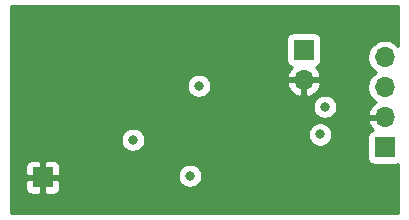
<source format=gbr>
%TF.GenerationSoftware,KiCad,Pcbnew,(5.1.6)-1*%
%TF.CreationDate,2020-10-30T20:39:21-07:00*%
%TF.ProjectId,frontendfull,66726f6e-7465-46e6-9466-756c6c2e6b69,rev?*%
%TF.SameCoordinates,Original*%
%TF.FileFunction,Copper,L2,Inr*%
%TF.FilePolarity,Positive*%
%FSLAX46Y46*%
G04 Gerber Fmt 4.6, Leading zero omitted, Abs format (unit mm)*
G04 Created by KiCad (PCBNEW (5.1.6)-1) date 2020-10-30 20:39:21*
%MOMM*%
%LPD*%
G01*
G04 APERTURE LIST*
%TA.AperFunction,ViaPad*%
%ADD10O,1.700000X1.700000*%
%TD*%
%TA.AperFunction,ViaPad*%
%ADD11R,1.700000X1.700000*%
%TD*%
%TA.AperFunction,ViaPad*%
%ADD12C,0.800000*%
%TD*%
%TA.AperFunction,Conductor*%
%ADD13C,0.254000*%
%TD*%
G04 APERTURE END LIST*
D10*
%TO.N,VCC*%
%TO.C,J4*%
X107950000Y-97155000D03*
%TO.N,Net-(J4-Pad3)*%
X107950000Y-99695000D03*
%TO.N,GND*%
X107950000Y-102235000D03*
D11*
%TO.N,Net-(J4-Pad1)*%
X107950000Y-104775000D03*
%TD*%
%TO.N,GND*%
%TO.C,J2*%
X78994000Y-107315000D03*
%TD*%
D10*
%TO.N,GND*%
%TO.C,J1*%
X101092000Y-99060000D03*
D11*
%TO.N,Net-(C1-Pad1)*%
X101092000Y-96520000D03*
%TD*%
D12*
%TO.N,GND*%
X106172000Y-104902000D03*
X90678000Y-95504000D03*
X80010000Y-109982000D03*
X92710000Y-109728000D03*
X99568000Y-93472000D03*
X79756000Y-94742000D03*
X93726000Y-104902000D03*
%TO.N,+5V*%
X86614000Y-104140000D03*
X92202000Y-99568000D03*
X102870000Y-101346000D03*
X91440000Y-107188000D03*
%TO.N,Net-(J4-Pad3)*%
X102471388Y-103695990D03*
%TD*%
D13*
%TO.N,GND*%
G36*
X109093000Y-96197893D02*
G01*
X108896632Y-96001525D01*
X108653411Y-95839010D01*
X108383158Y-95727068D01*
X108096260Y-95670000D01*
X107803740Y-95670000D01*
X107516842Y-95727068D01*
X107246589Y-95839010D01*
X107003368Y-96001525D01*
X106796525Y-96208368D01*
X106634010Y-96451589D01*
X106522068Y-96721842D01*
X106465000Y-97008740D01*
X106465000Y-97301260D01*
X106522068Y-97588158D01*
X106634010Y-97858411D01*
X106796525Y-98101632D01*
X107003368Y-98308475D01*
X107177760Y-98425000D01*
X107003368Y-98541525D01*
X106796525Y-98748368D01*
X106634010Y-98991589D01*
X106522068Y-99261842D01*
X106465000Y-99548740D01*
X106465000Y-99841260D01*
X106522068Y-100128158D01*
X106634010Y-100398411D01*
X106796525Y-100641632D01*
X107003368Y-100848475D01*
X107185534Y-100970195D01*
X107068645Y-101039822D01*
X106852412Y-101234731D01*
X106678359Y-101468080D01*
X106553175Y-101730901D01*
X106508524Y-101878110D01*
X106629845Y-102108000D01*
X107823000Y-102108000D01*
X107823000Y-102088000D01*
X108077000Y-102088000D01*
X108077000Y-102108000D01*
X108097000Y-102108000D01*
X108097000Y-102362000D01*
X108077000Y-102362000D01*
X108077000Y-102382000D01*
X107823000Y-102382000D01*
X107823000Y-102362000D01*
X106629845Y-102362000D01*
X106508524Y-102591890D01*
X106553175Y-102739099D01*
X106678359Y-103001920D01*
X106852412Y-103235269D01*
X106936466Y-103311034D01*
X106855820Y-103335498D01*
X106745506Y-103394463D01*
X106648815Y-103473815D01*
X106569463Y-103570506D01*
X106510498Y-103680820D01*
X106474188Y-103800518D01*
X106461928Y-103925000D01*
X106461928Y-105625000D01*
X106474188Y-105749482D01*
X106510498Y-105869180D01*
X106569463Y-105979494D01*
X106648815Y-106076185D01*
X106745506Y-106155537D01*
X106855820Y-106214502D01*
X106975518Y-106250812D01*
X107100000Y-106263072D01*
X108800000Y-106263072D01*
X108924482Y-106250812D01*
X109044180Y-106214502D01*
X109093000Y-106188407D01*
X109093000Y-110363000D01*
X76327000Y-110363000D01*
X76327000Y-108165000D01*
X77505928Y-108165000D01*
X77518188Y-108289482D01*
X77554498Y-108409180D01*
X77613463Y-108519494D01*
X77692815Y-108616185D01*
X77789506Y-108695537D01*
X77899820Y-108754502D01*
X78019518Y-108790812D01*
X78144000Y-108803072D01*
X78708250Y-108800000D01*
X78867000Y-108641250D01*
X78867000Y-107442000D01*
X79121000Y-107442000D01*
X79121000Y-108641250D01*
X79279750Y-108800000D01*
X79844000Y-108803072D01*
X79968482Y-108790812D01*
X80088180Y-108754502D01*
X80198494Y-108695537D01*
X80295185Y-108616185D01*
X80374537Y-108519494D01*
X80433502Y-108409180D01*
X80469812Y-108289482D01*
X80482072Y-108165000D01*
X80479000Y-107600750D01*
X80320250Y-107442000D01*
X79121000Y-107442000D01*
X78867000Y-107442000D01*
X77667750Y-107442000D01*
X77509000Y-107600750D01*
X77505928Y-108165000D01*
X76327000Y-108165000D01*
X76327000Y-106465000D01*
X77505928Y-106465000D01*
X77509000Y-107029250D01*
X77667750Y-107188000D01*
X78867000Y-107188000D01*
X78867000Y-105988750D01*
X79121000Y-105988750D01*
X79121000Y-107188000D01*
X80320250Y-107188000D01*
X80422189Y-107086061D01*
X90405000Y-107086061D01*
X90405000Y-107289939D01*
X90444774Y-107489898D01*
X90522795Y-107678256D01*
X90636063Y-107847774D01*
X90780226Y-107991937D01*
X90949744Y-108105205D01*
X91138102Y-108183226D01*
X91338061Y-108223000D01*
X91541939Y-108223000D01*
X91741898Y-108183226D01*
X91930256Y-108105205D01*
X92099774Y-107991937D01*
X92243937Y-107847774D01*
X92357205Y-107678256D01*
X92435226Y-107489898D01*
X92475000Y-107289939D01*
X92475000Y-107086061D01*
X92435226Y-106886102D01*
X92357205Y-106697744D01*
X92243937Y-106528226D01*
X92099774Y-106384063D01*
X91930256Y-106270795D01*
X91741898Y-106192774D01*
X91541939Y-106153000D01*
X91338061Y-106153000D01*
X91138102Y-106192774D01*
X90949744Y-106270795D01*
X90780226Y-106384063D01*
X90636063Y-106528226D01*
X90522795Y-106697744D01*
X90444774Y-106886102D01*
X90405000Y-107086061D01*
X80422189Y-107086061D01*
X80479000Y-107029250D01*
X80482072Y-106465000D01*
X80469812Y-106340518D01*
X80433502Y-106220820D01*
X80374537Y-106110506D01*
X80295185Y-106013815D01*
X80198494Y-105934463D01*
X80088180Y-105875498D01*
X79968482Y-105839188D01*
X79844000Y-105826928D01*
X79279750Y-105830000D01*
X79121000Y-105988750D01*
X78867000Y-105988750D01*
X78708250Y-105830000D01*
X78144000Y-105826928D01*
X78019518Y-105839188D01*
X77899820Y-105875498D01*
X77789506Y-105934463D01*
X77692815Y-106013815D01*
X77613463Y-106110506D01*
X77554498Y-106220820D01*
X77518188Y-106340518D01*
X77505928Y-106465000D01*
X76327000Y-106465000D01*
X76327000Y-104038061D01*
X85579000Y-104038061D01*
X85579000Y-104241939D01*
X85618774Y-104441898D01*
X85696795Y-104630256D01*
X85810063Y-104799774D01*
X85954226Y-104943937D01*
X86123744Y-105057205D01*
X86312102Y-105135226D01*
X86512061Y-105175000D01*
X86715939Y-105175000D01*
X86915898Y-105135226D01*
X87104256Y-105057205D01*
X87273774Y-104943937D01*
X87417937Y-104799774D01*
X87531205Y-104630256D01*
X87609226Y-104441898D01*
X87649000Y-104241939D01*
X87649000Y-104038061D01*
X87609226Y-103838102D01*
X87531205Y-103649744D01*
X87493993Y-103594051D01*
X101436388Y-103594051D01*
X101436388Y-103797929D01*
X101476162Y-103997888D01*
X101554183Y-104186246D01*
X101667451Y-104355764D01*
X101811614Y-104499927D01*
X101981132Y-104613195D01*
X102169490Y-104691216D01*
X102369449Y-104730990D01*
X102573327Y-104730990D01*
X102773286Y-104691216D01*
X102961644Y-104613195D01*
X103131162Y-104499927D01*
X103275325Y-104355764D01*
X103388593Y-104186246D01*
X103466614Y-103997888D01*
X103506388Y-103797929D01*
X103506388Y-103594051D01*
X103466614Y-103394092D01*
X103388593Y-103205734D01*
X103275325Y-103036216D01*
X103131162Y-102892053D01*
X102961644Y-102778785D01*
X102773286Y-102700764D01*
X102573327Y-102660990D01*
X102369449Y-102660990D01*
X102169490Y-102700764D01*
X101981132Y-102778785D01*
X101811614Y-102892053D01*
X101667451Y-103036216D01*
X101554183Y-103205734D01*
X101476162Y-103394092D01*
X101436388Y-103594051D01*
X87493993Y-103594051D01*
X87417937Y-103480226D01*
X87273774Y-103336063D01*
X87104256Y-103222795D01*
X86915898Y-103144774D01*
X86715939Y-103105000D01*
X86512061Y-103105000D01*
X86312102Y-103144774D01*
X86123744Y-103222795D01*
X85954226Y-103336063D01*
X85810063Y-103480226D01*
X85696795Y-103649744D01*
X85618774Y-103838102D01*
X85579000Y-104038061D01*
X76327000Y-104038061D01*
X76327000Y-101244061D01*
X101835000Y-101244061D01*
X101835000Y-101447939D01*
X101874774Y-101647898D01*
X101952795Y-101836256D01*
X102066063Y-102005774D01*
X102210226Y-102149937D01*
X102379744Y-102263205D01*
X102568102Y-102341226D01*
X102768061Y-102381000D01*
X102971939Y-102381000D01*
X103171898Y-102341226D01*
X103360256Y-102263205D01*
X103529774Y-102149937D01*
X103673937Y-102005774D01*
X103787205Y-101836256D01*
X103865226Y-101647898D01*
X103905000Y-101447939D01*
X103905000Y-101244061D01*
X103865226Y-101044102D01*
X103787205Y-100855744D01*
X103673937Y-100686226D01*
X103529774Y-100542063D01*
X103360256Y-100428795D01*
X103171898Y-100350774D01*
X102971939Y-100311000D01*
X102768061Y-100311000D01*
X102568102Y-100350774D01*
X102379744Y-100428795D01*
X102210226Y-100542063D01*
X102066063Y-100686226D01*
X101952795Y-100855744D01*
X101874774Y-101044102D01*
X101835000Y-101244061D01*
X76327000Y-101244061D01*
X76327000Y-99466061D01*
X91167000Y-99466061D01*
X91167000Y-99669939D01*
X91206774Y-99869898D01*
X91284795Y-100058256D01*
X91398063Y-100227774D01*
X91542226Y-100371937D01*
X91711744Y-100485205D01*
X91900102Y-100563226D01*
X92100061Y-100603000D01*
X92303939Y-100603000D01*
X92503898Y-100563226D01*
X92692256Y-100485205D01*
X92861774Y-100371937D01*
X93005937Y-100227774D01*
X93119205Y-100058256D01*
X93197226Y-99869898D01*
X93237000Y-99669939D01*
X93237000Y-99466061D01*
X93227220Y-99416890D01*
X99650524Y-99416890D01*
X99695175Y-99564099D01*
X99820359Y-99826920D01*
X99994412Y-100060269D01*
X100210645Y-100255178D01*
X100460748Y-100404157D01*
X100735109Y-100501481D01*
X100965000Y-100380814D01*
X100965000Y-99187000D01*
X101219000Y-99187000D01*
X101219000Y-100380814D01*
X101448891Y-100501481D01*
X101723252Y-100404157D01*
X101973355Y-100255178D01*
X102189588Y-100060269D01*
X102363641Y-99826920D01*
X102488825Y-99564099D01*
X102533476Y-99416890D01*
X102412155Y-99187000D01*
X101219000Y-99187000D01*
X100965000Y-99187000D01*
X99771845Y-99187000D01*
X99650524Y-99416890D01*
X93227220Y-99416890D01*
X93197226Y-99266102D01*
X93119205Y-99077744D01*
X93005937Y-98908226D01*
X92861774Y-98764063D01*
X92692256Y-98650795D01*
X92503898Y-98572774D01*
X92303939Y-98533000D01*
X92100061Y-98533000D01*
X91900102Y-98572774D01*
X91711744Y-98650795D01*
X91542226Y-98764063D01*
X91398063Y-98908226D01*
X91284795Y-99077744D01*
X91206774Y-99266102D01*
X91167000Y-99466061D01*
X76327000Y-99466061D01*
X76327000Y-95670000D01*
X99603928Y-95670000D01*
X99603928Y-97370000D01*
X99616188Y-97494482D01*
X99652498Y-97614180D01*
X99711463Y-97724494D01*
X99790815Y-97821185D01*
X99887506Y-97900537D01*
X99997820Y-97959502D01*
X100078466Y-97983966D01*
X99994412Y-98059731D01*
X99820359Y-98293080D01*
X99695175Y-98555901D01*
X99650524Y-98703110D01*
X99771845Y-98933000D01*
X100965000Y-98933000D01*
X100965000Y-98913000D01*
X101219000Y-98913000D01*
X101219000Y-98933000D01*
X102412155Y-98933000D01*
X102533476Y-98703110D01*
X102488825Y-98555901D01*
X102363641Y-98293080D01*
X102189588Y-98059731D01*
X102105534Y-97983966D01*
X102186180Y-97959502D01*
X102296494Y-97900537D01*
X102393185Y-97821185D01*
X102472537Y-97724494D01*
X102531502Y-97614180D01*
X102567812Y-97494482D01*
X102580072Y-97370000D01*
X102580072Y-95670000D01*
X102567812Y-95545518D01*
X102531502Y-95425820D01*
X102472537Y-95315506D01*
X102393185Y-95218815D01*
X102296494Y-95139463D01*
X102186180Y-95080498D01*
X102066482Y-95044188D01*
X101942000Y-95031928D01*
X100242000Y-95031928D01*
X100117518Y-95044188D01*
X99997820Y-95080498D01*
X99887506Y-95139463D01*
X99790815Y-95218815D01*
X99711463Y-95315506D01*
X99652498Y-95425820D01*
X99616188Y-95545518D01*
X99603928Y-95670000D01*
X76327000Y-95670000D01*
X76327000Y-92837000D01*
X109093000Y-92837000D01*
X109093000Y-96197893D01*
G37*
X109093000Y-96197893D02*
X108896632Y-96001525D01*
X108653411Y-95839010D01*
X108383158Y-95727068D01*
X108096260Y-95670000D01*
X107803740Y-95670000D01*
X107516842Y-95727068D01*
X107246589Y-95839010D01*
X107003368Y-96001525D01*
X106796525Y-96208368D01*
X106634010Y-96451589D01*
X106522068Y-96721842D01*
X106465000Y-97008740D01*
X106465000Y-97301260D01*
X106522068Y-97588158D01*
X106634010Y-97858411D01*
X106796525Y-98101632D01*
X107003368Y-98308475D01*
X107177760Y-98425000D01*
X107003368Y-98541525D01*
X106796525Y-98748368D01*
X106634010Y-98991589D01*
X106522068Y-99261842D01*
X106465000Y-99548740D01*
X106465000Y-99841260D01*
X106522068Y-100128158D01*
X106634010Y-100398411D01*
X106796525Y-100641632D01*
X107003368Y-100848475D01*
X107185534Y-100970195D01*
X107068645Y-101039822D01*
X106852412Y-101234731D01*
X106678359Y-101468080D01*
X106553175Y-101730901D01*
X106508524Y-101878110D01*
X106629845Y-102108000D01*
X107823000Y-102108000D01*
X107823000Y-102088000D01*
X108077000Y-102088000D01*
X108077000Y-102108000D01*
X108097000Y-102108000D01*
X108097000Y-102362000D01*
X108077000Y-102362000D01*
X108077000Y-102382000D01*
X107823000Y-102382000D01*
X107823000Y-102362000D01*
X106629845Y-102362000D01*
X106508524Y-102591890D01*
X106553175Y-102739099D01*
X106678359Y-103001920D01*
X106852412Y-103235269D01*
X106936466Y-103311034D01*
X106855820Y-103335498D01*
X106745506Y-103394463D01*
X106648815Y-103473815D01*
X106569463Y-103570506D01*
X106510498Y-103680820D01*
X106474188Y-103800518D01*
X106461928Y-103925000D01*
X106461928Y-105625000D01*
X106474188Y-105749482D01*
X106510498Y-105869180D01*
X106569463Y-105979494D01*
X106648815Y-106076185D01*
X106745506Y-106155537D01*
X106855820Y-106214502D01*
X106975518Y-106250812D01*
X107100000Y-106263072D01*
X108800000Y-106263072D01*
X108924482Y-106250812D01*
X109044180Y-106214502D01*
X109093000Y-106188407D01*
X109093000Y-110363000D01*
X76327000Y-110363000D01*
X76327000Y-108165000D01*
X77505928Y-108165000D01*
X77518188Y-108289482D01*
X77554498Y-108409180D01*
X77613463Y-108519494D01*
X77692815Y-108616185D01*
X77789506Y-108695537D01*
X77899820Y-108754502D01*
X78019518Y-108790812D01*
X78144000Y-108803072D01*
X78708250Y-108800000D01*
X78867000Y-108641250D01*
X78867000Y-107442000D01*
X79121000Y-107442000D01*
X79121000Y-108641250D01*
X79279750Y-108800000D01*
X79844000Y-108803072D01*
X79968482Y-108790812D01*
X80088180Y-108754502D01*
X80198494Y-108695537D01*
X80295185Y-108616185D01*
X80374537Y-108519494D01*
X80433502Y-108409180D01*
X80469812Y-108289482D01*
X80482072Y-108165000D01*
X80479000Y-107600750D01*
X80320250Y-107442000D01*
X79121000Y-107442000D01*
X78867000Y-107442000D01*
X77667750Y-107442000D01*
X77509000Y-107600750D01*
X77505928Y-108165000D01*
X76327000Y-108165000D01*
X76327000Y-106465000D01*
X77505928Y-106465000D01*
X77509000Y-107029250D01*
X77667750Y-107188000D01*
X78867000Y-107188000D01*
X78867000Y-105988750D01*
X79121000Y-105988750D01*
X79121000Y-107188000D01*
X80320250Y-107188000D01*
X80422189Y-107086061D01*
X90405000Y-107086061D01*
X90405000Y-107289939D01*
X90444774Y-107489898D01*
X90522795Y-107678256D01*
X90636063Y-107847774D01*
X90780226Y-107991937D01*
X90949744Y-108105205D01*
X91138102Y-108183226D01*
X91338061Y-108223000D01*
X91541939Y-108223000D01*
X91741898Y-108183226D01*
X91930256Y-108105205D01*
X92099774Y-107991937D01*
X92243937Y-107847774D01*
X92357205Y-107678256D01*
X92435226Y-107489898D01*
X92475000Y-107289939D01*
X92475000Y-107086061D01*
X92435226Y-106886102D01*
X92357205Y-106697744D01*
X92243937Y-106528226D01*
X92099774Y-106384063D01*
X91930256Y-106270795D01*
X91741898Y-106192774D01*
X91541939Y-106153000D01*
X91338061Y-106153000D01*
X91138102Y-106192774D01*
X90949744Y-106270795D01*
X90780226Y-106384063D01*
X90636063Y-106528226D01*
X90522795Y-106697744D01*
X90444774Y-106886102D01*
X90405000Y-107086061D01*
X80422189Y-107086061D01*
X80479000Y-107029250D01*
X80482072Y-106465000D01*
X80469812Y-106340518D01*
X80433502Y-106220820D01*
X80374537Y-106110506D01*
X80295185Y-106013815D01*
X80198494Y-105934463D01*
X80088180Y-105875498D01*
X79968482Y-105839188D01*
X79844000Y-105826928D01*
X79279750Y-105830000D01*
X79121000Y-105988750D01*
X78867000Y-105988750D01*
X78708250Y-105830000D01*
X78144000Y-105826928D01*
X78019518Y-105839188D01*
X77899820Y-105875498D01*
X77789506Y-105934463D01*
X77692815Y-106013815D01*
X77613463Y-106110506D01*
X77554498Y-106220820D01*
X77518188Y-106340518D01*
X77505928Y-106465000D01*
X76327000Y-106465000D01*
X76327000Y-104038061D01*
X85579000Y-104038061D01*
X85579000Y-104241939D01*
X85618774Y-104441898D01*
X85696795Y-104630256D01*
X85810063Y-104799774D01*
X85954226Y-104943937D01*
X86123744Y-105057205D01*
X86312102Y-105135226D01*
X86512061Y-105175000D01*
X86715939Y-105175000D01*
X86915898Y-105135226D01*
X87104256Y-105057205D01*
X87273774Y-104943937D01*
X87417937Y-104799774D01*
X87531205Y-104630256D01*
X87609226Y-104441898D01*
X87649000Y-104241939D01*
X87649000Y-104038061D01*
X87609226Y-103838102D01*
X87531205Y-103649744D01*
X87493993Y-103594051D01*
X101436388Y-103594051D01*
X101436388Y-103797929D01*
X101476162Y-103997888D01*
X101554183Y-104186246D01*
X101667451Y-104355764D01*
X101811614Y-104499927D01*
X101981132Y-104613195D01*
X102169490Y-104691216D01*
X102369449Y-104730990D01*
X102573327Y-104730990D01*
X102773286Y-104691216D01*
X102961644Y-104613195D01*
X103131162Y-104499927D01*
X103275325Y-104355764D01*
X103388593Y-104186246D01*
X103466614Y-103997888D01*
X103506388Y-103797929D01*
X103506388Y-103594051D01*
X103466614Y-103394092D01*
X103388593Y-103205734D01*
X103275325Y-103036216D01*
X103131162Y-102892053D01*
X102961644Y-102778785D01*
X102773286Y-102700764D01*
X102573327Y-102660990D01*
X102369449Y-102660990D01*
X102169490Y-102700764D01*
X101981132Y-102778785D01*
X101811614Y-102892053D01*
X101667451Y-103036216D01*
X101554183Y-103205734D01*
X101476162Y-103394092D01*
X101436388Y-103594051D01*
X87493993Y-103594051D01*
X87417937Y-103480226D01*
X87273774Y-103336063D01*
X87104256Y-103222795D01*
X86915898Y-103144774D01*
X86715939Y-103105000D01*
X86512061Y-103105000D01*
X86312102Y-103144774D01*
X86123744Y-103222795D01*
X85954226Y-103336063D01*
X85810063Y-103480226D01*
X85696795Y-103649744D01*
X85618774Y-103838102D01*
X85579000Y-104038061D01*
X76327000Y-104038061D01*
X76327000Y-101244061D01*
X101835000Y-101244061D01*
X101835000Y-101447939D01*
X101874774Y-101647898D01*
X101952795Y-101836256D01*
X102066063Y-102005774D01*
X102210226Y-102149937D01*
X102379744Y-102263205D01*
X102568102Y-102341226D01*
X102768061Y-102381000D01*
X102971939Y-102381000D01*
X103171898Y-102341226D01*
X103360256Y-102263205D01*
X103529774Y-102149937D01*
X103673937Y-102005774D01*
X103787205Y-101836256D01*
X103865226Y-101647898D01*
X103905000Y-101447939D01*
X103905000Y-101244061D01*
X103865226Y-101044102D01*
X103787205Y-100855744D01*
X103673937Y-100686226D01*
X103529774Y-100542063D01*
X103360256Y-100428795D01*
X103171898Y-100350774D01*
X102971939Y-100311000D01*
X102768061Y-100311000D01*
X102568102Y-100350774D01*
X102379744Y-100428795D01*
X102210226Y-100542063D01*
X102066063Y-100686226D01*
X101952795Y-100855744D01*
X101874774Y-101044102D01*
X101835000Y-101244061D01*
X76327000Y-101244061D01*
X76327000Y-99466061D01*
X91167000Y-99466061D01*
X91167000Y-99669939D01*
X91206774Y-99869898D01*
X91284795Y-100058256D01*
X91398063Y-100227774D01*
X91542226Y-100371937D01*
X91711744Y-100485205D01*
X91900102Y-100563226D01*
X92100061Y-100603000D01*
X92303939Y-100603000D01*
X92503898Y-100563226D01*
X92692256Y-100485205D01*
X92861774Y-100371937D01*
X93005937Y-100227774D01*
X93119205Y-100058256D01*
X93197226Y-99869898D01*
X93237000Y-99669939D01*
X93237000Y-99466061D01*
X93227220Y-99416890D01*
X99650524Y-99416890D01*
X99695175Y-99564099D01*
X99820359Y-99826920D01*
X99994412Y-100060269D01*
X100210645Y-100255178D01*
X100460748Y-100404157D01*
X100735109Y-100501481D01*
X100965000Y-100380814D01*
X100965000Y-99187000D01*
X101219000Y-99187000D01*
X101219000Y-100380814D01*
X101448891Y-100501481D01*
X101723252Y-100404157D01*
X101973355Y-100255178D01*
X102189588Y-100060269D01*
X102363641Y-99826920D01*
X102488825Y-99564099D01*
X102533476Y-99416890D01*
X102412155Y-99187000D01*
X101219000Y-99187000D01*
X100965000Y-99187000D01*
X99771845Y-99187000D01*
X99650524Y-99416890D01*
X93227220Y-99416890D01*
X93197226Y-99266102D01*
X93119205Y-99077744D01*
X93005937Y-98908226D01*
X92861774Y-98764063D01*
X92692256Y-98650795D01*
X92503898Y-98572774D01*
X92303939Y-98533000D01*
X92100061Y-98533000D01*
X91900102Y-98572774D01*
X91711744Y-98650795D01*
X91542226Y-98764063D01*
X91398063Y-98908226D01*
X91284795Y-99077744D01*
X91206774Y-99266102D01*
X91167000Y-99466061D01*
X76327000Y-99466061D01*
X76327000Y-95670000D01*
X99603928Y-95670000D01*
X99603928Y-97370000D01*
X99616188Y-97494482D01*
X99652498Y-97614180D01*
X99711463Y-97724494D01*
X99790815Y-97821185D01*
X99887506Y-97900537D01*
X99997820Y-97959502D01*
X100078466Y-97983966D01*
X99994412Y-98059731D01*
X99820359Y-98293080D01*
X99695175Y-98555901D01*
X99650524Y-98703110D01*
X99771845Y-98933000D01*
X100965000Y-98933000D01*
X100965000Y-98913000D01*
X101219000Y-98913000D01*
X101219000Y-98933000D01*
X102412155Y-98933000D01*
X102533476Y-98703110D01*
X102488825Y-98555901D01*
X102363641Y-98293080D01*
X102189588Y-98059731D01*
X102105534Y-97983966D01*
X102186180Y-97959502D01*
X102296494Y-97900537D01*
X102393185Y-97821185D01*
X102472537Y-97724494D01*
X102531502Y-97614180D01*
X102567812Y-97494482D01*
X102580072Y-97370000D01*
X102580072Y-95670000D01*
X102567812Y-95545518D01*
X102531502Y-95425820D01*
X102472537Y-95315506D01*
X102393185Y-95218815D01*
X102296494Y-95139463D01*
X102186180Y-95080498D01*
X102066482Y-95044188D01*
X101942000Y-95031928D01*
X100242000Y-95031928D01*
X100117518Y-95044188D01*
X99997820Y-95080498D01*
X99887506Y-95139463D01*
X99790815Y-95218815D01*
X99711463Y-95315506D01*
X99652498Y-95425820D01*
X99616188Y-95545518D01*
X99603928Y-95670000D01*
X76327000Y-95670000D01*
X76327000Y-92837000D01*
X109093000Y-92837000D01*
X109093000Y-96197893D01*
%TD*%
M02*

</source>
